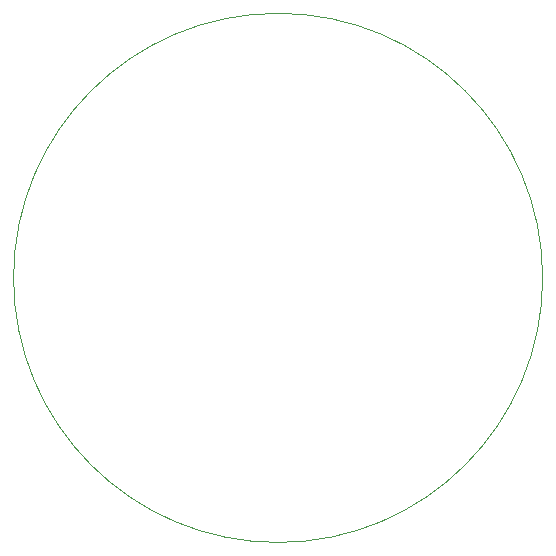
<source format=gm1>
G04 #@! TF.GenerationSoftware,KiCad,Pcbnew,8.0.6*
G04 #@! TF.CreationDate,2024-11-23T11:54:57+01:00*
G04 #@! TF.ProjectId,ChristmasTreeBrain,43687269-7374-46d6-9173-547265654272,rev?*
G04 #@! TF.SameCoordinates,Original*
G04 #@! TF.FileFunction,Profile,NP*
%FSLAX46Y46*%
G04 Gerber Fmt 4.6, Leading zero omitted, Abs format (unit mm)*
G04 Created by KiCad (PCBNEW 8.0.6) date 2024-11-23 11:54:57*
%MOMM*%
%LPD*%
G01*
G04 APERTURE LIST*
G04 #@! TA.AperFunction,Profile*
%ADD10C,0.050000*%
G04 #@! TD*
G04 APERTURE END LIST*
D10*
X222465000Y-59210000D02*
G75*
G02*
X177665000Y-59210000I-22400000J0D01*
G01*
X177665000Y-59210000D02*
G75*
G02*
X222465000Y-59210000I22400000J0D01*
G01*
M02*

</source>
